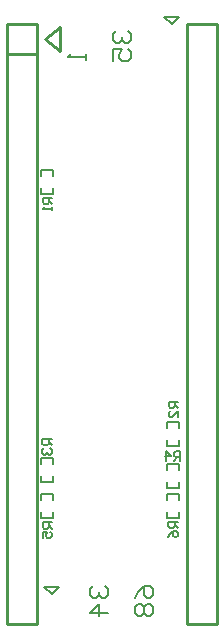
<source format=gbo>
%FSLAX44Y44*%
%MOMM*%
G71*
G01*
G75*
%ADD10C,0.2000*%
%ADD11C,0.4000*%
%ADD12C,0.3300*%
%ADD13C,0.2540*%
%ADD14C,0.2286*%
%ADD15C,1.4500*%
%ADD16R,1.4500X1.4500*%
%ADD17C,1.5000*%
%ADD18R,1.5000X1.5000*%
%ADD19R,0.6000X0.5000*%
%ADD20C,1.0000*%
%ADD21C,0.3000*%
%ADD22C,0.7000*%
%ADD23C,0.1500*%
%ADD24C,0.3500*%
%ADD25C,0.1270*%
D10*
X2391536Y2406777D02*
X2404236D01*
X2397886Y2400427D02*
X2404236Y2406777D01*
X2391536D02*
X2397886Y2400427D01*
X2289936Y1924177D02*
X2296286Y1917827D01*
X2302636Y1924177D01*
X2289936D02*
X2302636D01*
D13*
X2303386Y2377727D02*
Y2397727D01*
X2290886Y2387727D02*
X2303386Y2397727D01*
X2290886Y2387727D02*
X2303386Y2377727D01*
X2258186Y2375027D02*
X2283586D01*
X2258186Y2400427D02*
X2283586D01*
X2258186Y1892427D02*
Y2400427D01*
X2283586Y1892427D02*
Y2400427D01*
X2258186Y1892427D02*
X2283586D01*
X2410586Y2400427D02*
X2435986D01*
X2410586Y1892427D02*
Y2400427D01*
X2435986Y1892427D02*
Y2400427D01*
X2410586Y1892427D02*
X2435986D01*
D23*
X2297476Y2256997D02*
Y2261997D01*
X2287476Y2256997D02*
Y2261997D01*
Y2271997D02*
Y2276997D01*
X2297476Y2271997D02*
Y2276997D01*
X2287476Y2256997D02*
X2297476D01*
X2287476Y2276997D02*
X2297476D01*
X2404156Y2043637D02*
Y2048637D01*
X2394156Y2043637D02*
Y2048637D01*
Y2058637D02*
Y2063637D01*
X2404156Y2058637D02*
Y2063637D01*
X2394156Y2043637D02*
X2404156D01*
X2394156Y2063637D02*
X2404156D01*
X2297476Y2013157D02*
Y2018157D01*
X2287476Y2013157D02*
Y2018157D01*
Y2028157D02*
Y2033157D01*
X2297476Y2028157D02*
Y2033157D01*
X2287476Y2013157D02*
X2297476D01*
X2287476Y2033157D02*
X2297476D01*
Y1982677D02*
Y1987677D01*
X2287476Y1982677D02*
Y1987677D01*
Y1997677D02*
Y2002677D01*
X2297476Y1997677D02*
Y2002677D01*
X2287476Y1982677D02*
X2297476D01*
X2287476Y2002677D02*
X2297476D01*
X2404156Y1982677D02*
Y1987677D01*
X2394156Y1982677D02*
Y1987677D01*
Y1997677D02*
Y2002677D01*
X2404156Y1997677D02*
Y2002677D01*
X2394156Y1982677D02*
X2404156D01*
X2394156Y2002677D02*
X2404156D01*
Y2008077D02*
Y2013077D01*
X2394156Y2008077D02*
Y2013077D01*
Y2023077D02*
Y2028077D01*
X2404156Y2023077D02*
Y2028077D01*
X2394156Y2008077D02*
X2404156D01*
X2394156Y2028077D02*
X2404156D01*
X2367016Y1914520D02*
X2369515Y1919519D01*
X2374513Y1924517D01*
X2379512D01*
X2382011Y1922018D01*
Y1917019D01*
X2379512Y1914520D01*
X2377012D01*
X2374513Y1917019D01*
Y1924517D01*
X2369515Y1909522D02*
X2367016Y1907023D01*
Y1902024D01*
X2369515Y1899525D01*
X2372014D01*
X2374513Y1902024D01*
X2377012Y1899525D01*
X2379512D01*
X2382011Y1902024D01*
Y1907023D01*
X2379512Y1909522D01*
X2377012D01*
X2374513Y1907023D01*
X2372014Y1909522D01*
X2369515D01*
X2374513Y1907023D02*
Y1902024D01*
X2331415Y1924517D02*
X2328916Y1922018D01*
Y1917019D01*
X2331415Y1914520D01*
X2333914D01*
X2336413Y1917019D01*
Y1919519D01*
Y1917019D01*
X2338912Y1914520D01*
X2341411D01*
X2343911Y1917019D01*
Y1922018D01*
X2341411Y1924517D01*
X2343911Y1902024D02*
X2328916D01*
X2336413Y1909522D01*
Y1899525D01*
X2324861Y2375367D02*
Y2370369D01*
Y2372868D01*
X2309866D01*
X2312365Y2375367D01*
X2350465Y2394417D02*
X2347966Y2391918D01*
Y2386919D01*
X2350465Y2384420D01*
X2352964D01*
X2355463Y2386919D01*
Y2389419D01*
Y2386919D01*
X2357962Y2384420D01*
X2360461D01*
X2362961Y2386919D01*
Y2391918D01*
X2360461Y2394417D01*
X2347966Y2369425D02*
Y2379422D01*
X2355463D01*
X2352964Y2374424D01*
Y2371924D01*
X2355463Y2369425D01*
X2360461D01*
X2362961Y2371924D01*
Y2376923D01*
X2360461Y2379422D01*
D25*
X2296416Y1978817D02*
X2288418D01*
Y1974818D01*
X2289751Y1973485D01*
X2292417D01*
X2293750Y1974818D01*
Y1978817D01*
Y1976151D02*
X2296416Y1973485D01*
X2288418Y1965488D02*
Y1970820D01*
X2292417D01*
X2291084Y1968154D01*
Y1966821D01*
X2292417Y1965488D01*
X2295083D01*
X2296416Y1966821D01*
Y1969487D01*
X2295083Y1970820D01*
X2296207Y2049325D02*
X2288210D01*
Y2045326D01*
X2289543Y2043993D01*
X2292208D01*
X2293541Y2045326D01*
Y2049325D01*
Y2046659D02*
X2296207Y2043993D01*
X2289543Y2041327D02*
X2288210Y2039994D01*
Y2037329D01*
X2289543Y2035996D01*
X2290876D01*
X2292208Y2037329D01*
Y2038661D01*
Y2037329D01*
X2293541Y2035996D01*
X2294874D01*
X2296207Y2037329D01*
Y2039994D01*
X2294874Y2041327D01*
X2402948Y1979349D02*
X2394951D01*
Y1975351D01*
X2396283Y1974018D01*
X2398949D01*
X2400282Y1975351D01*
Y1979349D01*
Y1976684D02*
X2402948Y1974018D01*
X2394951Y1966020D02*
X2396283Y1968686D01*
X2398949Y1971352D01*
X2401615D01*
X2402948Y1970019D01*
Y1967353D01*
X2401615Y1966020D01*
X2400282D01*
X2398949Y1967353D01*
Y1971352D01*
X2405171Y2031058D02*
Y2039056D01*
X2401172D01*
X2399839Y2037723D01*
Y2035057D01*
X2401172Y2033724D01*
X2405171D01*
X2402505D02*
X2399839Y2031058D01*
X2393175D02*
Y2039056D01*
X2397173Y2035057D01*
X2391842D01*
X2296661Y2253568D02*
X2288663D01*
Y2249569D01*
X2289996Y2248237D01*
X2292662D01*
X2293995Y2249569D01*
Y2253568D01*
Y2250902D02*
X2296661Y2248237D01*
Y2245571D02*
Y2242905D01*
Y2244238D01*
X2288663D01*
X2289996Y2245571D01*
X2403120Y2080817D02*
X2395123D01*
Y2076818D01*
X2396456Y2075485D01*
X2399121D01*
X2400454Y2076818D01*
Y2080817D01*
Y2078151D02*
X2403120Y2075485D01*
Y2067488D02*
Y2072820D01*
X2397788Y2067488D01*
X2396456D01*
X2395123Y2068821D01*
Y2071487D01*
X2396456Y2072820D01*
M02*

</source>
